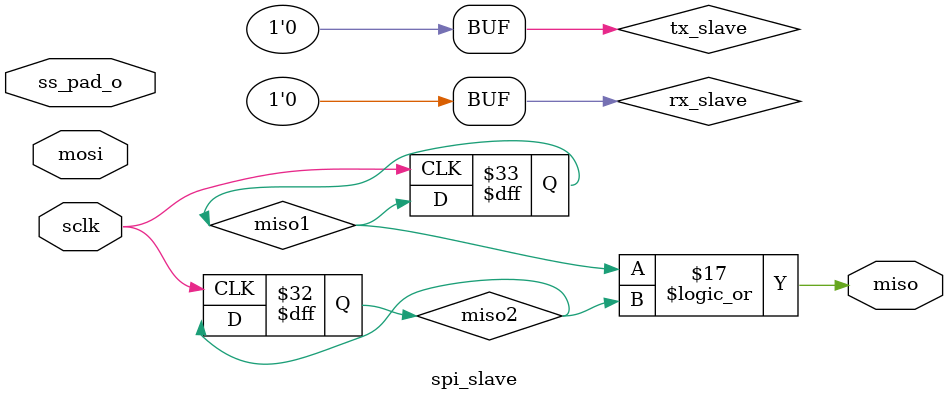
<source format=v>

`define SPI_DIVIDER_LEN_8

`ifdef SPI_DIVIDER_LEN_8
  `define SPI_DIVIDER_LEN      2   // Can be set from 1 to 8
  //`define SPI_DIVIDER_LEN      4   // Can be set from 1 to 8
`endif

`ifdef SPI_DIVIDER_LEN_16
  `define SPI_DIVIDER_LEN      16  // Can be set from 1 to 16
`endif

`ifdef SPI_DIVIDER_LEN_24
  `define SPI_DIVIDER_LEN      24  // Can be set from 1 to 24
`endif

`ifdef SPI_DIVIDER_LEN_32
  `define SPI_DIVIDER_LEN      32  // Can be set from 1 to 32
`endif


//
// Max Number Of Bits That Can Be Sent/Recieved At Once
//

`define SPI_MAX_CHAR_8
//`define SPI_MAX_CHAR_16
//`define SPI_MAX_CHAR_24
//`define SPI_MAX_CHAR_32
//`define SPI_MAX_CHAR_64
//`define SPI_MAX_CHAR_128

`ifdef SPI_MAX_CHAR_8
  `define SPI_MAX_CHAR 8
  `define SPI_CHAR_LEN_BITS 3
`endif

`ifdef SPI_MAX_CHAR_16
  `define SPI_MAX_CHAR 16
  `define SPI_CHAR_LEN_BITS 4
`endif

`ifdef SPI_MAX_CHAR_24
  `define SPI_MAX_CHAR 24
  `define SPI_CHAR_LEN_BITS 5
`endif

`ifdef SPI_MAX_CHAR_32
  `define SPI_MAX_CHAR 32
  `define SPI_CHAR_LEN_BITS 5
`endif

`ifdef SPI_MAX_CHAR_64
  `define SPI_MAX_CHAR 64
  `define SPI_CHAR_LEN_BITS 6
`endif

`ifdef SPI_MAX_CHAR_128
  `define SPI_MAX_CHAR 128
  `define SPI_CHAR_LEN_BITS 7
`endif


//
// Number of Devices Select Signals
//

`define SPI_SS_NB_8
//`define SPI_SS_NB_16
//`define SPI_SS_NB_24
//`define SPI_SS_NB_32

`ifdef SPI_SS_NB_8
  `define SPI_SS_NB 8
`endif
`ifdef SPI_SS_NB_16
  `define SPI_SS_NB 16
`endif
`ifdef SPI_SS_NB_24
  `define SPI_SS_NB 24
`endif
`ifdef SPI_SS_NB_32
  `define SPI_SS_NB 32
`endif


//
// Register Offsets
//

`define SPI_RX_0    5'b00000
`define SPI_RX_1    5'b00100
`define SPI_RX_2    5'b01000
`define SPI_RX_3    5'b01100
`define SPI_TX_0    5'b00000
`define SPI_TX_1    5'b00100
`define SPI_TX_2    5'b01000
`define SPI_TX_3    5'b01100
`define SPI_CTRL    5'b10000
`define SPI_DIVIDE  5'b10100
`define SPI_SS      5'b11000


//
// No. of Bits in CTRL Register
//

`define SPI_CTRL_BIT_NB 14


//
// Control Register Bit Position
//

`define SPI_CTRL_ASS          13
`define SPI_CTRL_IE           12
`define SPI_CTRL_LSB          11
`define SPI_CTRL_TX_NEGEDGE   10
`define SPI_CTRL_RX_NEGEDGE   9
`define SPI_CTRL_GO           8
`define SPI_CTRL_RES_1        7
`define SPI_CTRL_CHAR_LEN     6:0

//SPI Master Core

module spi_top(wb_clk_in,
               wb_rst_in,
               wb_adr_in,
               wb_dat_o,
               wb_sel_in,
               wb_we_in,
               wb_stb_in,
               wb_cyc_in,
               wb_ack_out,
               wb_int_o,
               wb_dat_in,
               ss_pad_o,
               sclk_out,
               mosi,
               miso);

input wb_clk_in,
      wb_rst_in,
      wb_we_in,
      wb_stb_in,
      wb_cyc_in,
      miso;

input [4:0]  wb_adr_in;
input [31:0] wb_dat_in;
input [3:0]  wb_sel_in;

output reg [31:0] wb_dat_o;

output wb_ack_out,wb_int_o,sclk_out,mosi;

reg wb_ack_out,wb_int_o;

output [`SPI_SS_NB-1:0] ss_pad_o;

//Internal signals......................................

wire rx_negedge;                        //miso is sampled on negative edge
wire tx_negedge;                        //mosi is driven on negative edge
wire [3:0] spi_tx_sel;                  //tx_1 register selected
wire [`SPI_CHAR_LEN_BITS-1:0] char_len; //char len
wire go,ie,ass;                         //go
wire lsb;
wire cpol_0,cpol_1,last,tip;
wire [`SPI_MAX_CHAR-1:0] rx;
wire spi_divider_sel,spi_ctrl_sel,spi_ss_sel;
reg  [`SPI_DIVIDER_LEN-1:0] divider;    //Divider register
reg  [31:0] wb_temp_dat;
reg  [`SPI_CTRL_BIT_NB-1:0] ctrl;       //Control and status register
reg  [`SPI_SS_NB-1:0] ss;               //Slave select register

//Instantiate the SPI_CLK_GENERATOR Module
spi_clgen SC(wb_clk_in,
             wb_rst_in,
             go,
             tip,
             last,
	     divider,
             sclk_out,
             cpol_0,
             cpol_1);

//Instantiate the SPI shift register
spi_shift_reg SR(rx_negedge,
                 tx_negedge,
                 wb_sel_in,
                 (spi_tx_sel[3:0] & {4{wb_we_in}}),
                 char_len,
                 wb_dat_in,
                 wb_clk_in,
                 wb_rst_in,
                 go,
                 miso,
                 lsb,
                 sclk_out,
                 cpol_0,
                 cpol_1,
                 rx,
                 last,
                 mosi,
                 tip);

//Address decoder
assign spi_divider_sel = wb_cyc_in & wb_stb_in & (wb_adr_in == (5'b10100));
assign spi_ctrl_sel    = wb_cyc_in & wb_stb_in & (wb_adr_in == (5'b10000));
assign spi_ss_sel      = wb_cyc_in & wb_stb_in & (wb_adr_in == (5'b11000));
assign spi_tx_sel[0]   = wb_cyc_in & wb_stb_in & (wb_adr_in == (5'b00000));
assign spi_tx_sel[1]   = wb_cyc_in & wb_stb_in & (wb_adr_in == (5'b00100));
assign spi_tx_sel[2]   = wb_cyc_in & wb_stb_in & (wb_adr_in == (5'b01000));
assign spi_tx_sel[3]   = wb_cyc_in & wb_stb_in & (wb_adr_in == (5'b01100));

//Read from registers
always@(*)
begin
    case(wb_adr_in)
        `ifdef SPI_MAX_CHAR_128
            `SPI_RX_0 : wb_temp_dat = rx[31:0];
            `SPI_RX_1 : wb_temp_dat = rx[63:32];
            `SPI_RX_2 : wb_temp_dat = rx[95:64];
            `SPI_RX_3 : wb_temp_dat = rx[127:96];
        `else
        `ifdef SPI_MAX_CHAR_64
            `SPI_RX_0 : wb_temp_dat = rx[31:0];
            `SPI_RX_1 : wb_temp_dat = rx[63:32];
            `SPI_RX_2 : wb_temp_dat = 0;
            `SPI_RX_3 : wb_temp_dat = 0;
        `else
            `SPI_RX_0 : wb_temp_dat = rx[`SPI_MAX_CHAR-1:0];
            `SPI_RX_1 : wb_temp_dat = 32'b0;
            `SPI_RX_2 : wb_temp_dat = 32'b0;
            `SPI_RX_3 : wb_temp_dat = 32'b0;
        `endif
    `endif
        `SPI_CTRL     : wb_temp_dat = ctrl;
        `SPI_DIVIDE   : wb_temp_dat = divider;
        `SPI_SS       : wb_temp_dat = ss;
         default      : wb_temp_dat = 32'dx;
    endcase
end

//WB data out
always@(posedge wb_clk_in or posedge wb_rst_in)
begin
    if(wb_rst_in)
        wb_dat_o <= 32'd0;
    else
        wb_dat_o <= wb_temp_dat;
end

//WB acknowledge
always@(posedge wb_clk_in or posedge wb_rst_in)
begin
    if(wb_rst_in)
        begin
            wb_ack_out <= 0;
        end
    else
        begin
            wb_ack_out <= wb_cyc_in & wb_stb_in & ~wb_ack_out;
        end
end

//Interrupt
always@(posedge wb_clk_in or posedge wb_rst_in)
begin
    if (wb_rst_in)
        wb_int_o <= 1'b0;
    else if (ie && tip && last && cpol_0)
        wb_int_o <= 1'b1;
    else if (wb_ack_out)
        wb_int_o <= 1'b0;
end

//Selecting Slave device from a group of 32 slave devices
assign ss_pad_o = ~((ss & {`SPI_SS_NB{tip & ass}}) | (ss & {`SPI_SS_NB{!ass}}));

//Divider register
always@(posedge wb_clk_in or posedge wb_rst_in)
begin
    if(wb_rst_in)
        begin
            divider <= 0;
        end
    else if(spi_divider_sel && wb_we_in && !tip)
        begin
            `ifdef SPI_DIVIDER_LEN_8
                if(wb_sel_in[0])
                    divider <= 1;
            `endif
            `ifdef SPI_DIVIDER_LEN_16
                if(wb_sel_in[0])
                    divider[7:0] <= wb_dat_in[7:0];
                if(wb_sel_in[1])
                    divider[15:8] <= wb_dat_in[`SPI_DIVIDER_LEN-1:8];
            `endif
            `ifdef SPI_DIVIDER_LEN_24
                if(wb_sel_in[0])
                    divider[7:0] <= wb_dat_in[7:0];
                if(wb_sel_in[1])
                    divider[15:8] <= wb_dat_in[15:8];
                if(wb_sel_in[2])
                    divider[23:16] <= wb_dat_in[`SPI_DIVIDER_LEN-1:16];
            `endif
            `ifdef SPI_DIVIDER_LEN_32
                if(wb_sel_in[0])
                    divider[7:0] <= wb_dat_in[7:0];
                if(wb_sel_in[1])
                    divider[15:8] <= wb_dat_in[15:8];
                if(wb_sel_in[2])
                    divider[23:16] <= wb_dat_in[23:16];
                if(wb_sel_in[3])
                    divider[31:24] <= wb_dat_in[`SPI_DIVIDER_LEN-1:24];
            `endif
        end
end

//Control and status register
always@(posedge wb_clk_in or posedge wb_rst_in)
begin
    if(wb_rst_in)
        ctrl <= 0;
    else
        begin
            if(spi_ctrl_sel && wb_we_in && !tip)
                begin
                    if(wb_sel_in[0])
                        ctrl[7:0] <= wb_dat_in[7:0] | {7'd0, ctrl[0]};
                    if(wb_sel_in[1])
                        ctrl[`SPI_CTRL_BIT_NB-1:8] <= wb_dat_in[`SPI_CTRL_BIT_NB-1:8];
                end
            else if(tip && last && cpol_0)
                ctrl[`SPI_CTRL_GO] <= 1'b0;
        end
end

assign rx_negedge = ctrl[`SPI_CTRL_RX_NEGEDGE];
assign tx_negedge = ctrl[`SPI_CTRL_TX_NEGEDGE];
assign lsb = ctrl[`SPI_CTRL_LSB];
assign ie  = ctrl[`SPI_CTRL_IE];
assign ass = ctrl[`SPI_CTRL_ASS];
assign go  = ctrl[`SPI_CTRL_GO];
assign char_len = ctrl[`SPI_CTRL_CHAR_LEN];

//Slave select
always@(posedge wb_clk_in or posedge wb_rst_in)
begin
    if(wb_rst_in)
        begin
            ss <= 0;
        end
    else
        begin
            if(spi_ss_sel && wb_we_in && !tip)
                begin
                    `ifdef SPI_SS_NB_8
                        if(wb_sel_in[0])
                            ss <= wb_dat_in[`SPI_SS_NB-1:0];
                    `endif

                    `ifdef SPI_SS_NB_16
                        if(wb_sel_in[0])
                            ss <= wb_dat_in[7:0];
                        if(wb_sel_in[1])
                            ss <= wb_dat_in[`SPI_SS_NB-1:8];
                    `endif

                    `ifdef SPI_SS_NB_24
                        if(wb_sel_in[0])
                            ss <= wb_dat_in[7:0];
                        if(wb_sel_in[1])
                            ss <= wb_dat_in[15:8];
                        if(wb_sel_in[2])
                            ss <= wb_dat_in[`SPI_SS_NB-1:16];
                    `endif

                    `ifdef SPI_SS_NB_32
                        if(wb_sel_in[0])
                            ss <= wb_dat_in[7:0];
                        if(wb_sel_in[1])
                            ss <= wb_dat_in[15:8];
                        if(wb_sel_in[2])
                            ss <= wb_dat_in[23:16];
                        if(wb_sel_in[3])
                            ss <= wb_dat_in[`SPI_SS_NB-1:24];
                    `endif
                end
        end
end

endmodule

module spi_clgen (wb_clk_in,
		  wb_rst,
		  tip,
		  go,
		  last_clk,
		  divider,
		  sclk_out,
		  cpol_0,
		  cpol_1);

  input                         wb_clk_in;
  input                         wb_rst;
  input                         tip;
  input                         go;
  input                         last_clk;
  input [`SPI_DIVIDER_LEN-1:0] divider;
  output                        sclk_out;
  output                        cpol_0;
  output                        cpol_1;
  
  reg                           sclk_out;
  reg                           cpol_0;
  reg                           cpol_1;
  
  reg [`SPI_DIVIDER_LEN-1:0]    cnt;

  
  
  
  // Counter counts half period
  always@(posedge wb_clk_in or posedge wb_rst)
  begin
    if(wb_rst)
      begin
        cnt <= {{`SPI_DIVIDER_LEN{1'b0}},1'b1};
      end
    else if(tip)
      begin
        if(cnt == (divider + 1))
          begin
            cnt <= {{`SPI_DIVIDER_LEN{1'b0}},1'b1};
          end
        else
          begin
            cnt <= cnt + 1;
          end
      end
    else if(cnt == 0)
      begin
        cnt <= {{`SPI_DIVIDER_LEN{1'b0}},1'b1};
      end
  end
  
  
  // Generation of the serial clock
  always@(posedge wb_clk_in or posedge wb_rst)
  begin
    if(wb_rst)
      begin
        sclk_out <= 1'b0;
      end
    else if(tip)
      begin
        if(cnt == (divider + 1))
          begin
            if(!last_clk || sclk_out)
              sclk_out <= ~sclk_out;
          end
      end
  end
  
endmodule
module spi_shift_reg(rx_negedge,
                     tx_negedge,
                     byte_sel,
                     latch,
                     len,
                     p_in,
                     wb_clk_in,
                     wb_rst,
                     go,
                     miso,
                     lsb,
                     sclk,
                     cpol_0,
                     cpol_1,
                     p_out,
                     last,
                     mosi,
                     tip);

    input   rx_negedge,
            tx_negedge,
            wb_clk_in,
            wb_rst,
            go,miso,
            lsb,
            sclk,
            cpol_0,
            cpol_1;

    input [3:0] byte_sel,latch;
    input [`SPI_CHAR_LEN_BITS-1:0] len;
    input [31:0] p_in;

    output [`SPI_MAX_CHAR-1:0] p_out;
    output reg tip,mosi;
    output last;

    reg [`SPI_CHAR_LEN_BITS:0] char_count;  
    reg [`SPI_MAX_CHAR-1:0] master_data;    // shift register
    reg [`SPI_CHAR_LEN_BITS:0] tx_bit_pos;  // next bit position
    reg [`SPI_CHAR_LEN_BITS:0] rx_bit_pos;  // next bit position
    wire rx_clk;                            // rx clock enable
    wire tx_clk;                            // tx clock enable

// Character bit counter...............
always@(posedge wb_clk_in or posedge wb_rst)
begin
  if(wb_rst)
    begin
      char_count <= 0;
    end
  else
    begin
      if(tip)
        begin
          if(cpol_0)
            begin
              char_count <= char_count - 1;
            end
        end
      else
        char_count <= {1'b0,len}; // This stores the character bits other than 128 bits
    end
end

// Calculate transfer in progress
always@(posedge wb_clk_in or posedge wb_rst)
begin
  if(wb_rst)
    begin
      tip <= 0;
    end
  else
    begin
      if(go && ~tip)
        begin
          tip <= 1;
        end
      else if(last && tip && cpol_0)
        begin
          tip <= 0;
        end
    end
end

// Calculate last
assign last = ~(|char_count);

// Calculate the serial out
always@(posedge wb_clk_in or posedge wb_rst)
begin
  if(wb_rst)
    begin
      mosi <= 0;
    end
  else
    begin
      if(tx_clk)
        begin
          mosi <= master_data[tx_bit_pos[`SPI_CHAR_LEN_BITS-1:0]];
        end
    end
end

// Calculate tx_clk,rx_clk
assign tx_clk = ((tx_negedge)?cpol_1 : cpol_0) && !last;
assign rx_clk = ((rx_negedge)?cpol_1 : cpol_0) && (!last || sclk);

// Calculate TX_BIT Position
always@(lsb,len,char_count)
begin
  if(lsb)
    begin
      tx_bit_pos = ({~{|len},len}-char_count);
    end
  else
    begin
      tx_bit_pos = char_count-1;
    end
end

// Calculate RX_BIT Position based on rx_negedge as miso depends on rx_clk
always@(lsb,len,rx_negedge,char_count)
begin
  if(lsb)
    begin
      if(rx_negedge)
        rx_bit_pos = {~(|len),len}-(char_count+1);
      else
        rx_bit_pos = {~(|len),len}-char_count;
    end
  else
    begin
      if(rx_negedge)
        begin
          rx_bit_pos = char_count;
        end
      else
        begin
          rx_bit_pos = char_count-1;
        end
    end
end

// Calculate p_out
assign p_out = master_data;

// Latching of data
always@(posedge wb_clk_in or posedge wb_rst)
begin
  if(wb_rst)
    master_data <= {`SPI_MAX_CHAR{1'b0}};

    // Recieving bits from the parallel line
    `ifdef SPI_MAX_CHAR_128
      else if(latch[0] && !tip) // TX0 is selected
        begin
          if(byte_sel[0])
            begin
             master_data[7:0] <= p_in[7:0];
            end
          if(byte_sel[1])
            begin
             master_data[15:8] <= p_in[15:8];
            end
          if(byte_sel[2])
            begin
             master_data[23:16] <= p_in[23:16];
            end
          if(byte_sel[3])
            begin
             master_data[31:24] <= p_in[31:24];
            end
        end
      else if(latch[1] && !tip) // TX1 is selected
        begin
          if(byte_sel[0])
            begin
              master_data[39:32] <= p_in[7:0];
            end
          if(byte_sel[1])
            begin
              master_data[47:40] <= p_in[15:8];
            end
          if(byte_sel[2])
            begin
              master_data[55:48] <= p_in[23:16];
            end
          if(byte_sel[3])
            begin
              master_data[63:56] <= p_in[31:24];
            end
        end
      else if(latch[2] && !tip) // TX2 is selected
        begin
          if(byte_sel[0])
            begin
              master_data[71:64] <= p_in[7:0];
            end
          if(byte_sel[1])
            begin
              master_data[79:72] <= p_in[15:8];
            end
          if(byte_sel[2])
            begin
              master_data[87:80] <= p_in[23:16];
            end
          if(byte_sel[3])
            begin
              master_data[95:88] <= p_in[31:24];
            end
        end
      else if(latch[3] && !tip) // TX3 is selected
        begin
          if(byte_sel[0])
            begin
              master_data[103:96] <= p_in[7:0];
            end
          if(byte_sel[1])
            begin
              master_data[111:104] <= p_in[15:8];
            end
          if(byte_sel[2])
            begin
              master_data[119:112] <= p_in[23:16];
            end
          if(byte_sel[3])
            begin
              master_data[127:120] <= p_in[31:24];
            end
        end
    `else
    `ifdef SPI_MAX_CHAR_64
      else if(latch[0] && !tip) // TX0 is selected
        begin
          if(byte_sel[0])
            begin
             master_data[7:0] <= p_in[7:0];
            end
          if(byte_sel[1])
            begin
             master_data[15:8] <= p_in[15:8];
            end
          if(byte_sel[2])
            begin
             master_data[23:16] <= p_in[23:16];
            end
          if(byte_sel[3])
            begin
             master_data[31:24] <= p_in[31:24];
            end
        end
      else if(latch[1] && !tip) // TX1 is selected
        begin
          if(byte_sel[0])
            begin
              master_data[39:32] <= p_in[7:0];
            end
          if(byte_sel[1])
            begin
              master_data[47:40] <= p_in[15:8];
            end
          if(byte_sel[2])
            begin
              master_data[55:48] <= p_in[23:16];
            end
          if(byte_sel[3])
            begin
              master_data[63:56] <= p_in[31:24];
            end
        end
    `else
      else if(latch[0] && !tip) //TX0 is selected
        begin

          `ifdef SPI_MAX_CHAR_8
            if(byte_sel[0])
              begin
                master_data[7:0] <= p_in[7:0];
              end
          `endif

          `ifdef SPI_MAX_CHAR_16
            if(byte_sel[0])
              begin
                master_data[7:0] <= p_in[7:0];
              end
            if(byte_sel[1])
              begin
                master_data[15:8] <= p_in[15:8];
              end
          `endif

          `ifdef SPI_MAX_CHAR_24
            if(byte_sel[0])
              begin
                master_data[7:0] <= p_in[7:0];
              end
            if(byte_sel[1])
              begin
                master_data[15:8] <= p_in[15:8];
              end
            if(byte_sel[2])
              begin
                master_data[23:16] <= p_in[23:16];
              end
          `endif

          `ifdef SPI_MAX_CHAR_32
            if(byte_sel[0])
              begin
                master_data[7:0] <= p_in[7:0];
               end
            if(byte_sel[1])
              begin
                master_data[15:8] <= p_in[15:8];
              end
            if(byte_sel[2])
              begin
                master_data[23:16] <= p_in[23:16];
              end
            if(byte_sel[3])
              begin
                master_data[31:24] <= p_in[31:24];
              end
          `endif
        end
      `endif
    `endif

    // Receiving bits from the serial line
    else
      begin
        if(rx_clk)
          master_data[rx_bit_pos[`SPI_CHAR_LEN_BITS-1:0]] <= miso;
        end
    end
  // Posedge and negedge detection of sclk
always@(posedge wb_clk_in or posedge wb_rst)
  begin
    if(wb_rst)
      begin
        cpol_0 <= 1'b0;
        cpol_1 <= 1'b0;
      end
    else
      begin
        cpol_0 <= 0;
        cpol_1 <= 0;
          if(tip)
            begin
              if(~sclk_out)
                begin
                  if(cnt == divider)
                    begin
                      cpol_0 <= 1;
                    end
                end
            end
          if(tip)
            begin
              if(sclk_out)
                begin
                  if(cnt == divider)
                    begin
                      cpol_1 <= 1;
                    end
                end
            end
      end
   end


endmodule



module spi_slave (input sclk,mosi,
                  input [`SPI_SS_NB-1:0]ss_pad_o,
                  output miso);

    reg rx_slave = 1'b0; //Slave recieving from SPI_MASTER
    reg tx_slave = 1'b0; //Slave transmitting to SPI_MASTER

    //Initial value of temp is 0
    reg [127:0]temp1 = 0;
    reg [127:0]temp2 = 0;

    reg miso1 = 1'b0;
    reg miso2 = 1'b1;

    always@(posedge sclk)
    begin
        if ((ss_pad_o != 8'b11111111) && ~rx_slave && tx_slave) //Posedge of the Serial Clock
            begin
                temp1 <= {temp1[126:0],mosi};
            end
    end

    always@(negedge sclk)
    begin
        if ((ss_pad_o != 8'b11111111) && rx_slave && ~tx_slave) //Negedge of the Serial Clock
            begin
                temp2 <= {temp2[126:0],mosi};
            end
    end

    always@(negedge sclk)
    begin
        if (rx_slave && ~tx_slave) //Posedge of the Serial Clock
            begin
                miso1 <= temp1[127];
            end
    end
    
    always@(negedge sclk)
    begin
        if (~rx_slave && tx_slave) //Posedge of the Serial Clock
            begin
                miso2 <= temp2[127];
            end
    end

    assign miso = miso1 || miso2;

endmodule
   
   


</source>
